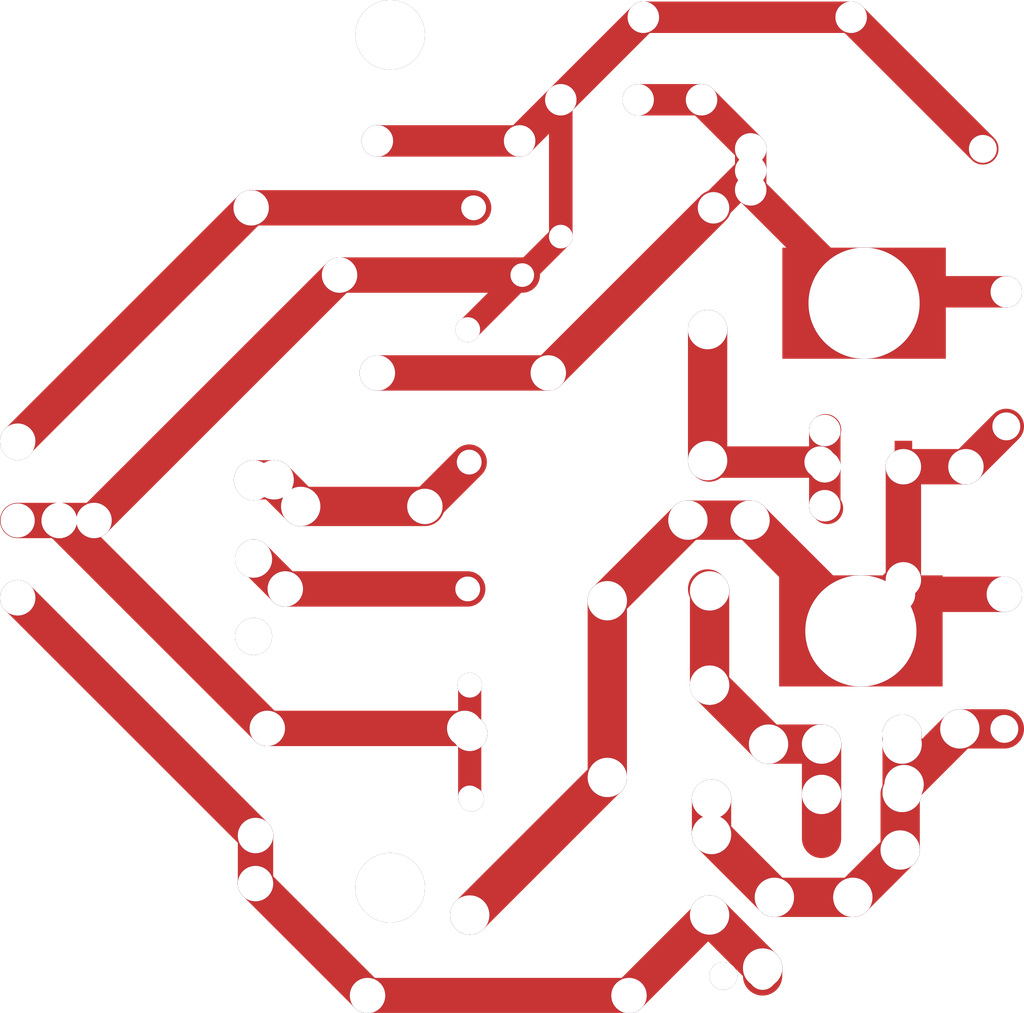
<source format=kicad_pcb>
(kicad_pcb
	(version 20240108)
	(generator "pcbnew")
	(generator_version "8.0")
	(general
		(thickness 1.6)
		(legacy_teardrops no)
	)
	(paper "A4")
	(layers
		(0 "F.Cu" signal)
		(31 "B.Cu" signal)
		(32 "B.Adhes" user "B.Adhesive")
		(33 "F.Adhes" user "F.Adhesive")
		(34 "B.Paste" user)
		(35 "F.Paste" user)
		(36 "B.SilkS" user "B.Silkscreen")
		(37 "F.SilkS" user "F.Silkscreen")
		(38 "B.Mask" user)
		(39 "F.Mask" user)
		(40 "Dwgs.User" user "User.Drawings")
		(41 "Cmts.User" user "User.Comments")
		(42 "Eco1.User" user "User.Eco1")
		(43 "Eco2.User" user "User.Eco2")
		(44 "Edge.Cuts" user)
	)
	(setup
		(pad_to_mask_clearance 0)
		(allow_soldermask_bridges_in_footprints no)
		(pcbplotparams
			(layerselection 0x00010fc_ffffffff)
			(plot_on_all_layers_selection 0x0000000_00000000)
			(disableapertmacros no)
			(usegerberextensions no)
			(usegerberattributes yes)
			(usegerberadvancedattributes yes)
			(creategerberjobfile yes)
			(dashed_line_dash_ratio 12.000000)
			(dashed_line_gap_ratio 3.000000)
			(svgprecision 4)
			(plotframeref no)
			(viasonmask no)
			(mode 1)
			(useauxorigin no)
			(hpglpennumber 1)
			(hpglpenspeed 20)
			(hpglpendiameter 15.000000)
			(pdf_front_fp_property_popups yes)
			(pdf_back_fp_property_popups yes)
			(dxfpolygonmode yes)
			(dxfimperialunits yes)
			(dxfusepcbnewfont yes)
			(psnegative no)
			(psa4output no)
			(plotreference yes)
			(plotvalue yes)
			(plotfptext yes)
			(plotinvisibletext no)
			(sketchpadsonfab no)
			(subtractmaskfromsilk no)
			(outputformat 1)
			(mirror no)
			(drillshape 0)
			(scaleselection 1)
			(outputdirectory "")
		)
	)
	(net 0 "")
	(gr_poly
		(pts
			(xy 53.479975 -11.17) (xy 51.679975 -11.17) (xy 51.679975 -9.37) (xy 53.479975 -9.37)
		)
		(stroke
			(width 0)
			(type solid)
		)
		(fill solid)
		(layer "F.Cu")
		(uuid "10bdb16c-e12b-444a-83d7-19a6fe51b1b8")
	)
	(gr_poly
		(pts
			(xy 64.421425 -57.35105) (xy 53.855025 -57.35105) (xy 53.855025 -50.17052) (xy 64.421425 -50.17052)
		)
		(stroke
			(width 0)
			(type solid)
		)
		(fill solid)
		(layer "F.Cu")
		(uuid "117a91e6-eb7f-4ec5-9d76-fa5bdc80e1b8")
	)
	(gr_poly
		(pts
			(xy 57.165225 -44.86858) (xy 56.031215 -44.86858) (xy 56.031215 -41.51004) (xy 57.165225 -41.51004)
		)
		(stroke
			(width 0)
			(type solid)
		)
		(fill solid)
		(layer "F.Cu")
		(uuid "1ccf13ef-cd67-42eb-abba-de6e697023b1")
	)
	(gr_poly
		(pts
			(xy 56.957055 -23.68158) (xy 55.823045 -23.68158) (xy 55.823045 -20.32304) (xy 56.957055 -20.32304)
		)
		(stroke
			(width 0)
			(type solid)
		)
		(fill solid)
		(layer "F.Cu")
		(uuid "64ec81e0-5d0f-404f-829e-0e517c5d5d08")
	)
	(gr_poly
		(pts
			(xy 64.213255 -36.16405) (xy 53.646855 -36.16405) (xy 53.646855 -28.98352) (xy 64.213255 -28.98352)
		)
		(stroke
			(width 0)
			(type solid)
		)
		(fill solid)
		(layer "F.Cu")
		(uuid "adf278ba-7689-4a77-b093-a602761f252b")
	)
	(gr_poly
		(pts
			(xy 62.245225 -44.86858) (xy 61.111215 -44.86858) (xy 61.111215 -41.51004) (xy 62.245225 -41.51004)
		)
		(stroke
			(width 0)
			(type solid)
		)
		(fill solid)
		(layer "F.Cu")
		(uuid "d78a799b-1b90-4a23-a3c2-1c9952e19b01")
	)
	(gr_poly
		(pts
			(xy 62.037055 -23.68158) (xy 60.903045 -23.68158) (xy 60.903045 -20.32304) (xy 62.037055 -20.32304)
		)
		(stroke
			(width 0)
			(type solid)
		)
		(fill solid)
		(layer "F.Cu")
		(uuid "e683af19-60c0-44d2-bb7e-98b439d7a0f9")
	)
	(segment
		(start 19.813975 -19.34699)
		(end 19.813975 -16.239)
		(width 2.286)
		(layer "F.Cu")
		(net 0)
		(uuid "0203c16e-ea72-4c9f-b87e-ae090e096ae7")
	)
	(segment
		(start 30.757235 -40.623)
		(end 33.622225 -43.48799)
		(width 2.286)
		(layer "F.Cu")
		(net 0)
		(uuid "0435588b-d3d5-4620-85ce-b0e38c1187b4")
	)
	(segment
		(start 44.873615 -72.246)
		(end 58.302085 -72.246)
		(width 2.032)
		(layer "F.Cu")
		(net 0)
		(uuid "09c454f9-2aa4-43f3-a0a5-09afad2a19fc")
	)
	(segment
		(start 33.653925 -29.066)
		(end 33.653925 -25.95093)
		(width 1.4986)
		(layer "F.Cu")
		(net 0)
		(uuid "0abfd270-4c67-406c-94c6-59baac2d9083")
	)
	(segment
		(start 52.964025 -25.256)
		(end 56.389975 -25.256)
		(width 2.54)
		(layer "F.Cu")
		(net 0)
		(uuid "0c4d17c2-c9f4-4e72-9290-8c035413d66d")
	)
	(segment
		(start 49.122325 -43.48799)
		(end 56.299555 -43.48799)
		(width 2.032)
		(layer "F.Cu")
		(net 0)
		(uuid "1207c5bb-15d1-40d9-9519-6e5eafbc5dc7")
	)
	(segment
		(start 49.154025 -35.162)
		(end 49.027025 -35.289)
		(width 2.54)
		(layer "F.Cu")
		(net 0)
		(uuid "1288cb78-d579-424e-9197-b324a2c52e30")
	)
	(segment
		(start 25.244355 -55.57838)
		(end 37.052315 -55.57838)
		(width 2.286)
		(layer "F.Cu")
		(net 0)
		(uuid "1636526c-8efb-4e19-b451-ccfb0b5bb6fb")
	)
	(segment
		(start 49.281025 -19.41095)
		(end 53.341975 -15.35)
		(width 2.54)
		(layer "F.Cu")
		(net 0)
		(uuid "1639f336-621b-4138-b826-aa8acc294613")
	)
	(segment
		(start 49.281025 -21.7)
		(end 49.281025 -19.41095)
		(width 2.54)
		(layer "F.Cu")
		(net 0)
		(uuid "1c583415-8cd8-44c2-a927-f56ba3fad548")
	)
	(segment
		(start 38.732915 -49.25189)
		(end 49.408025 -59.927)
		(width 2.286)
		(layer "F.Cu")
		(net 0)
		(uuid "1d08a875-3a68-4c89-ab2f-a9b4fbcf8b2a")
	)
	(segment
		(start 33.653925 -25.95093)
		(end 33.653925 -21.827)
		(width 1.4986)
		(layer "F.Cu")
		(net 0)
		(uuid "1e948f56-9db6-4c0a-9410-aa0110259335")
	)
	(segment
		(start 51.810865 -63.737)
		(end 51.810865 -62.32984)
		(width 2.032)
		(layer "F.Cu")
		(net 0)
		(uuid "228aa200-870b-402d-8bc1-e86adcc60b36")
	)
	(segment
		(start 43.947025 -9)
		(end 49.154025 -14.207)
		(width 2.286)
		(layer "F.Cu")
		(net 0)
		(uuid "246b33e9-40e3-44c8-a126-12828886ee88")
	)
	(segment
		(start 39.539615 -66.912)
		(end 44.873615 -72.246)
		(width 2.032)
		(layer "F.Cu")
		(net 0)
		(uuid "24eac6a7-513e-4ece-8fa9-d37a0935334e")
	)
	(segment
		(start 22.734975 -40.623)
		(end 30.757235 -40.623)
		(width 2.54)
		(layer "F.Cu")
		(net 0)
		(uuid "26e0d729-5027-4663-b942-f0fb9b42896c")
	)
	(segment
		(start 21.738965 -35.289)
		(end 33.526925 -35.289)
		(width 2.286)
		(layer "F.Cu")
		(net 0)
		(uuid "27be0a6e-b743-43fc-9166-722ecd76c2d0")
	)
	(segment
		(start 61.596975 -25.256)
		(end 61.723975 -22.63957)
		(width 2.032)
		(layer "F.Cu")
		(net 0)
		(uuid "2ae15ba5-b5f2-46cb-9a93-c4f04e682894")
	)
	(segment
		(start 39.539615 -58.06569)
		(end 39.539615 -66.912)
		(width 1.524)
		(layer "F.Cu")
		(net 0)
		(uuid "30def029-0d35-4eaf-989a-90c846a151a9")
	)
	(segment
		(start 33.653925 -21.827)
		(end 33.780925 -21.7)
		(width 1.4986)
		(layer "F.Cu")
		(net 0)
		(uuid "32ff2016-78ba-41a0-83c5-b87252f13940")
	)
	(segment
		(start 51.810865 -61.08816)
		(end 59.138225 -53.76079)
		(width 2.032)
		(layer "F.Cu")
		(net 0)
		(uuid "35fba66e-2210-4b9b-be91-3cd6452508b5")
	)
	(segment
		(start 33.653925 -14.207)
		(end 42.546975 -23.10005)
		(width 2.54)
		(layer "F.Cu")
		(net 0)
		(uuid "3691c199-2665-4732-8c09-7fd84df82317")
	)
	(segment
		(start 56.598225 -40.66875)
		(end 56.770975 -40.496)
		(width 2.032)
		(layer "F.Cu")
		(net 0)
		(uuid "36b68072-dfaa-4657-aa34-125c99a73959")
	)
	(segment
		(start 37.052315 -55.57838)
		(end 39.539615 -58.06569)
		(width 1.524)
		(layer "F.Cu")
		(net 0)
		(uuid "372d8994-07a6-4cec-827f-e57ca4bdea4c")
	)
	(segment
		(start 56.299555 -43.48799)
		(end 56.598225 -43.18931)
		(width 2.032)
		(layer "F.Cu")
		(net 0)
		(uuid "3d4c37bc-c414-4324-aae9-064015168e06")
	)
	(segment
		(start 61.678225 -35.87825)
		(end 61.678225 -43.18931)
		(width 2.286)
		(layer "F.Cu")
		(net 0)
		(uuid "407ab67a-b029-49d0-8af7-b66038730db5")
	)
	(segment
		(start 33.332855 -26.272)
		(end 20.575975 -26.272)
		(width 2.286)
		(layer "F.Cu")
		(net 0)
		(uuid "4406c006-1cd0-4c90-9187-ad3bde99c1e3")
	)
	(segment
		(start 20.575975 -26.272)
		(end 7.133965 -39.71401)
		(width 2.286)
		(layer "F.Cu")
		(net 0)
		(uuid "48989311-5b29-4367-b7bc-2cf6e3570f76")
	)
	(segment
		(start 65.719295 -43.18931)
		(end 68.327975 -45.798)
		(width 2.286)
		(layer "F.Cu")
		(net 0)
		(uuid "49d504b2-a4eb-4464-9199-c141e8e0dffc")
	)
	(segment
		(start 49.154025 -29.066)
		(end 52.964025 -25.256)
		(width 2.54)
		(layer "F.Cu")
		(net 0)
		(uuid "4c2dece7-f8ee-43d7-9c0d-b89166ec6626")
	)
	(segment
		(start 60.072975 -34.273)
		(end 61.678225 -35.87825)
		(width 2.286)
		(layer "F.Cu")
		(net 0)
		(uuid "5122e184-1bcc-4fed-98d0-20eaec86766d")
	)
	(segment
		(start 9.379985 -39.71401)
		(end 25.244355 -55.57838)
		(width 2.286)
		(layer "F.Cu")
		(net 0)
		(uuid "573c6a5c-6847-4b10-b500-050fffdd85f0")
	)
	(segment
		(start 36.879725 -64.25211)
		(end 39.539615 -66.912)
		(width 2.032)
		(layer "F.Cu")
		(net 0)
		(uuid "58f58e08-3bf7-455b-8b81-c3556eaf9d7c")
	)
	(segment
		(start 61.596975 -22.12923)
		(end 61.470055 -22.00231)
		(width 2.54)
		(layer "F.Cu")
		(net 0)
		(uuid "5c4bfb5d-869b-4847-a9ae-b34c6403c388")
	)
	(segment
		(start 53.341975 -15.35)
		(end 58.409845 -15.35)
		(width 2.54)
		(layer "F.Cu")
		(net 0)
		(uuid "5f41c625-b617-4fff-b91c-0b8dc7346993")
	)
	(segment
		(start 61.596975 -25.256)
		(end 61.596975 -22.12923)
		(width 2.54)
		(layer "F.Cu")
		(net 0)
		(uuid "67828342-d353-40ac-8b60-0c9686850f92")
	)
	(segment
		(start 7.133965 -39.71401)
		(end 4.446975 -39.71401)
		(width 2.286)
		(layer "F.Cu")
		(net 0)
		(uuid "6e6601b3-5dd7-4a42-8bec-9efca10ad841")
	)
	(segment
		(start 27.687975 -49.25189)
		(end 38.732915 -49.25189)
		(width 2.286)
		(layer "F.Cu")
		(net 0)
		(uuid "746c710e-3ea4-435e-bac1-2bd957ce50dd")
	)
	(segment
		(start 42.546975 -23.10005)
		(end 42.546975 -34.527)
		(width 2.54)
		(layer "F.Cu")
		(net 0)
		(uuid "7a4d328e-7809-46ba-861e-16eedd91d322")
	)
	(segment
		(start 19.686975 -42.34101)
		(end 21.016965 -42.34101)
		(width 2.54)
		(layer "F.Cu")
		(net 0)
		(uuid "7b63134b-ad6c-474c-8ad2-1f8871a485d5")
	)
	(segment
		(start 27.052975 -9)
		(end 43.947025 -9)
		(width 2.286)
		(layer "F.Cu")
		(net 0)
		(uuid "7bbfb267-cf4e-4040-a698-0947d9658574")
	)
	(segment
		(start 19.813975 -16.239)
		(end 27.052975 -9)
		(width 2.286)
		(layer "F.Cu")
		(net 0)
		(uuid "7e822a4d-3cb3-4faa-aba5-ca0f3288a750")
	)
	(segment
		(start 61.596975 -25.891)
		(end 61.596975 -25.256)
		(width 2.54)
		(layer "F.Cu")
		(net 0)
		(uuid "81fd9f17-e5a7-4e3c-b251-b34b52270193")
	)
	(segment
		(start 49.154025 -29.066)
		(end 49.154025 -35.162)
		(width 2.54)
		(layer "F.Cu")
		(net 0)
		(uuid "84981032-2790-4365-9ed6-9fa162c4e1c8")
	)
	(segment
		(start 4.446975 -44.841)
		(end 19.532975 -59.927)
		(width 2.286)
		(layer "F.Cu")
		(net 0)
		(uuid "8505de30-a81a-4941-89f1-d8ef9d830795")
	)
	(segment
		(start 58.302085 -72.246)
		(end 66.811085 -63.737)
		(width 2.032)
		(layer "F.Cu")
		(net 0)
		(uuid "85339333-a228-44e7-b4f3-b17f63b74466")
	)
	(segment
		(start 61.470055 -18.41021)
		(end 61.470055 -22.00231)
		(width 2.54)
		(layer "F.Cu")
		(net 0)
		(uuid "88f81d66-36dc-4fb6-a1be-a1900080d042")
	)
	(segment
		(start 61.723975 -22.63957)
		(end 65.324405 -26.24)
		(width 2.54)
		(layer "F.Cu")
		(net 0)
		(uuid "8974915c-83c3-4cf4-9fbb-1a4965357cf6")
	)
	(segment
		(start 27.687975 -64.25211)
		(end 36.879725 -64.25211)
		(width 2.032)
		(layer "F.Cu")
		(net 0)
		(uuid "8ba487a8-8d0d-4267-94e7-976365cc59be")
	)
	(segment
		(start 58.409845 -15.35)
		(end 61.470055 -18.41021)
		(width 2.54)
		(layer "F.Cu")
		(net 0)
		(uuid "8ffd8cc9-8eee-4fcb-ba40-3065ca0c1677")
	)
	(segment
		(start 56.389975 -25.256)
		(end 56.389975 -22.00239)
		(width 2.54)
		(layer "F.Cu")
		(net 0)
		(uuid "923ebd74-0c19-4cb7-bf99-c31068911fac")
	)
	(segment
		(start 68.200975 -34.94)
		(end 61.296265 -34.94)
		(width 2.286)
		(layer "F.Cu")
		(net 0)
		(uuid "9352d890-f12b-4fbc-b507-5676e162fa65")
	)
	(segment
		(start 49.027025 -52.053)
		(end 49.027025 -43.58329)
		(width 2.54)
		(layer "F.Cu")
		(net 0)
		(uuid "96b17136-7565-472e-b491-84508ff1e767")
	)
	(segment
		(start 61.296265 -34.94)
		(end 58.930055 -32.57379)
		(width 2.286)
		(layer "F.Cu")
		(net 0)
		(uuid "9c1446fa-be5d-4203-961b-cf1443d3ce8f")
	)
	(segment
		(start 65.324405 -26.24)
		(end 68.200975 -26.24)
		(width 2.54)
		(layer "F.Cu")
		(net 0)
		(uuid "9d5cdc8c-6684-4e3a-9156-354c453dc3e1")
	)
	(segment
		(start 21.016965 -42.34101)
		(end 22.734975 -40.623)
		(width 2.54)
		(layer "F.Cu")
		(net 0)
		(uuid "a672a22e-0505-43f2-a7a7-618495fc8e7d")
	)
	(segment
		(start 61.723975 -21.74839)
		(end 61.470055 -22.00231)
		(width 1.524)
		(layer "F.Cu")
		(net 0)
		(uuid "a8977e94-83fa-4731-9b2c-31d9930e91e3")
	)
	(segment
		(start 56.598225 -45.53025)
		(end 56.643975 -45.576)
		(width 2.032)
		(layer "F.Cu")
		(net 0)
		(uuid "ab195422-bf3a-43eb-a04b-5476deefb50f")
	)
	(segment
		(start 59.875435 -54.498)
		(end 59.138225 -53.76079)
		(width 2.032)
		(layer "F.Cu")
		(net 0)
		(uuid "abaec8f1-efb9-4ea2-a87f-1882e2b80b7c")
	)
	(segment
		(start 52.579975 -10.78105)
		(end 52.579975 -10.27)
		(width 2.54)
		(layer "F.Cu")
		(net 0)
		(uuid "ac34a071-4eaf-4e0c-9a00-f3580ad4104e")
	)
	(segment
		(start 49.154025 -14.207)
		(end 52.579975 -10.78105)
		(width 2.54)
		(layer "F.Cu")
		(net 0)
		(uuid "aeddb1a7-765a-47ea-9d04-10e5689b146d")
	)
	(segment
		(start 42.546975 -34.527)
		(end 47.753975 -39.734)
		(width 2.54)
		(layer "F.Cu")
		(net 0)
		(uuid "af32aac7-d82d-4837-aa79-055e66acaf7d")
	)
	(segment
		(start 56.390055 -22.00231)
		(end 56.390055 -19.16)
		(width 2.54)
		(layer "F.Cu")
		(net 0)
		(uuid "b047f627-1553-4e97-a1a2-ccb958aba834")
	)
	(segment
		(start 51.810865 -62.32984)
		(end 51.810865 -61.08816)
		(width 2.032)
		(layer "F.Cu")
		(net 0)
		(uuid "b08c81ca-d234-4e9d-a7e6-ff447f059a9a")
	)
	(segment
		(start 56.598225 -43.18931)
		(end 56.598225 -40.66875)
		(width 2.032)
		(layer "F.Cu")
		(net 0)
		(uuid "b38c74d6-32ac-4191-959e-5e3dc62b71d1")
	)
	(segment
		(start 61.678225 -43.18931)
		(end 65.719295 -43.18931)
		(width 2.286)
		(layer "F.Cu")
		(net 0)
		(uuid "b90d649c-cd35-47ef-ae95-f02f24fe9ca6")
	)
	(segment
		(start 19.532975 -59.927)
		(end 33.907925 -59.927)
		(width 2.286)
		(layer "F.Cu")
		(net 0)
		(uuid "bc135062-98c6-4397-94a4-97742b3e6cd9")
	)
	(segment
		(start 33.653925 -25.95093)
		(end 33.332855 -26.272)
		(width 2.286)
		(layer "F.Cu")
		(net 0)
		(uuid "be109b83-a01d-402e-95bf-c528cba65201")
	)
	(segment
		(start 19.686975 -37.34099)
		(end 21.738965 -35.289)
		(width 2.286)
		(layer "F.Cu")
		(net 0)
		(uuid "bf2d44ad-fc0e-4929-8c8c-34093160786e")
	)
	(segment
		(start 47.753975 -39.734)
		(end 51.769845 -39.734)
		(width 2.54)
		(layer "F.Cu")
		(net 0)
		(uuid "c23f4c5d-bd98-40c3-bb01-687be915553b")
	)
	(segment
		(start 56.598225 -43.18931)
		(end 56.598225 -45.53025)
		(width 2.032)
		(layer "F.Cu")
		(net 0)
		(uuid "c9272ddc-35ea-4415-97cb-39108a536506")
	)
	(segment
		(start 44.538335 -66.912)
		(end 48.635865 -66.912)
		(width 2.032)
		(layer "F.Cu")
		(net 0)
		(uuid "c9fd7fe8-8cf4-4fe3-94d5-2f53ea27f0dc")
	)
	(segment
		(start 33.526925 -52.053)
		(end 37.052315 -55.57838)
		(width 1.524)
		(layer "F.Cu")
		(net 0)
		(uuid "d756212a-8c9b-4e0c-a8f0-bdbcc981ab58")
	)
	(segment
		(start 49.408025 -59.927)
		(end 51.810865 -62.32984)
		(width 2.032)
		(layer "F.Cu")
		(net 0)
		(uuid "dbce2f87-d239-4a46-82ee-a3769cc48590")
	)
	(segment
		(start 68.327975 -54.498)
		(end 59.875435 -54.498)
		(width 2.032)
		(layer "F.Cu")
		(net 0)
		(uuid "dc5a7594-9349-473e-b1d1-57f53b4bb9d0")
	)
	(segment
		(start 4.446975 -34.71399)
		(end 19.813975 -19.34699)
		(width 2.286)
		(layer "F.Cu")
		(net 0)
		(uuid "e34fae40-3878-4409-bdf9-40846e0dca46")
	)
	(segment
		(start 7.133965 -39.71401)
		(end 9.379985 -39.71401)
		(width 2.286)
		(layer "F.Cu")
		(net 0)
		(uuid "edc3ccc4-ffcb-4ad3-aa1d-51adce7889c1")
	)
	(segment
		(start 51.769845 -39.734)
		(end 58.930055 -32.57379)
		(width 2.54)
		(layer "F.Cu")
		(net 0)
		(uuid "f05d2204-da40-4e9a-bc55-bb2fc50cc0d0")
	)
	(segment
		(start 49.027025 -43.58329)
		(end 49.122325 -43.48799)
		(width 2.54)
		(layer "F.Cu")
		(net 0)
		(uuid "f65d14d7-65bf-4e03-895b-d910665e6afa")
	)
	(segment
		(start 61.723975 -22.63957)
		(end 61.723975 -21.74839)
		(width 2.032)
		(layer "F.Cu")
		(net 0)
		(uuid "fd42d7ec-6540-4597-b92f-8caee1aaee49")
	)
	(segment
		(start 48.635865 -66.912)
		(end 51.810865 -63.737)
		(width 2.032)
		(layer "F.Cu")
		(net 0)
		(uuid "fd61ca90-1a70-4207-985e-28e254463714")
	)
	(via
		(at 20.575975 -26.272)
		(size 2.28601)
		(drill 2.286)
		(layers "F.Cu" "B.Cu")
		(net 0)
		(uuid "00905898-eb81-4eb0-b932-163e9795ba0f")
	)
	(via
		(at 51.810865 -63.737)
		(size 2.03201)
		(drill 2.032)
		(layers "F.Cu" "B.Cu")
		(net 0)
		(uuid "0471ae79-28f6-408c-816f-fa9cf3f258e5")
	)
	(via
		(at 49.027025 -52.053)
		(size 2.54001)
		(drill 2.54)
		(layers "F.Cu" "B.Cu")
		(net 0)
		(uuid "05bdfe59-bff5-49f9-bae6-9c8f91fe6fe7")
	)
	(via
		(at 27.687975 -64.25211)
		(size 2.03201)
		(drill 2.032)
		(layers "F.Cu" "B.Cu")
		(net 0)
		(uuid "05f03edc-518a-46f2-803d-0f4c14cdeaea")
	)
	(via
		(at 68.200975 -34.94)
		(size 1.80001)
		(drill 1.8)
		(layers "F.Cu" "B.Cu")
		(net 0)
		(uuid "0aa0071c-d2e2-4c0f-942b-2705e58ee112")
	)
	(via
		(at 33.332855 -26.272)
		(size 2.28601)
		(drill 2.286)
		(layers "F.Cu" "B.Cu")
		(net 0)
		(uuid "127c0992-9dc6-4aad-896e-327dd66dfa51")
	)
	(via
		(at 33.653925 -25.95093)
		(size 2.28601)
		(drill 2.286)
		(layers "F.Cu" "B.Cu")
		(net 0)
		(uuid "13f27f04-a1db-4be0-9342-274d7f233716")
	)
	(via
		(at 59.875435 -54.498)
		(size 2.03201)
		(drill 2.032)
		(layers "F.Cu" "B.Cu")
		(net 0)
		(uuid "15b5b1cc-3813-4eb0-b250-2416b916adf6")
	)
	(via
		(at 49.408025 -59.927)
		(size 2.03201)
		(drill 2.032)
		(layers "F.Cu" "B.Cu")
		(net 0)
		(uuid "15ebe9e8-28da-4873-bd7d-4ce5f07bb32c")
	)
	(via
		(at 68.327975 -45.798)
		(size 1.80001)
		(drill 1.8)
		(layers "F.Cu" "B.Cu")
		(net 0)
		(uuid "16069715-28b2-4077-8453-12841bd6e64e")
	)
	(via
		(at 33.653925 -25.95093)
		(size 1.49861)
		(drill 1.4986)
		(layers "F.Cu" "B.Cu")
		(net 0)
		(uuid "16d4f6c8-0968-4f80-bcaf-c12c25013b1c")
	)
	(via
		(at 19.686975 -32.214)
		(size 2.40001)
		(drill 2.4)
		(layers "F.Cu" "B.Cu")
		(net 0)
		(uuid "1e552d02-e3bc-4c26-8696-416977db4d91")
	)
	(via
		(at 49.122325 -43.48799)
		(size 2.03201)
		(drill 2.032)
		(layers "F.Cu" "B.Cu")
		(net 0)
		(uuid "20c12979-cd48-4b26-924f-af2691ea9f09")
	)
	(via
		(at 49.154025 -29.066)
		(size 1.60001)
		(drill 1.6)
		(layers "F.Cu" "B.Cu")
		(net 0)
		(uuid "24473ad8-6067-4db8-af3c-f086a3ac2037")
	)
	(via
		(at 56.598225 -45.53025)
		(size 2.03201)
		(drill 2.032)
		(layers "F.Cu" "B.Cu")
		(net 0)
		(uuid "24c7d600-4c4c-4409-bc2c-28f157e4f42d")
	)
	(via
		(at 49.154025 -29.066)
		(size 2.54001)
		(drill 2.54)
		(layers "F.Cu" "B.Cu")
		(net 0)
		(uuid "266a4c06-69d8-49dd-9b58-907d2865d82d")
	)
	(via
		(at 50.039975 -10.27)
		(size 1.80001)
		(drill 1.8)
		(layers "F.Cu" "B.Cu")
		(net 0)
		(uuid "286afdf8-6f7f-4794-b280-ce429c9dd018")
	)
	(via
		(at 61.596975 -25.256)
		(size 2.03201)
		(drill 2.032)
		(layers "F.Cu" "B.Cu")
		(net 0)
		(uuid "29a68115-2378-46cb-a837-d28925981d75")
	)
	(via
		(at 33.526925 -52.053)
		(size 1.52401)
		(drill 1.524)
		(layers "F.Cu" "B.Cu")
		(net 0)
		(uuid "29e75d9f-1ecc-444c-a0ad-1eb828593379")
	)
	(via
		(at 56.389975 -25.256)
		(size 2.54001)
		(drill 2.54)
		(layers "F.Cu" "B.Cu")
		(net 0)
		(uuid "2cdc64e7-a18f-45ff-b69c-95d6d6434add")
	)
	(via
		(at 47.753975 -39.734)
		(size 2.54001)
		(drill 2.54)
		(layers "F.Cu" "B.Cu")
		(net 0)
		(uuid "2db2f112-5827-4df6-ae61-25e31a242ade")
	)
	(via
		(at 44.873615 -72.246)
		(size 2.03201)
		(drill 2.032)
		(layers "F.Cu" "B.Cu")
		(net 0)
		(uuid "308477ec-9513-4a3d-a850-0da2127e8c73")
	)
	(via
		(at 25.244355 -55.57838)
		(size 2.28601)
		(drill 2.286)
		(layers "F.Cu" "B.Cu")
		(net 0)
		(uuid "30a7f016-85e7-412f-bf5a-ff924a96a22e")
	)
	(via
		(at 19.532975 -59.927)
		(size 2.28601)
		(drill 2.286)
		(layers "F.Cu" "B.Cu")
		(net 0)
		(uuid "30e1519e-405c-456a-8a9c-11cad85c3f50")
	)
	(via
		(at 52.579975 -10.27)
		(size 1.80001)
		(drill 1.8)
		(layers "F.Cu" "B.Cu")
		(net 0)
		(uuid "32d66ab3-8182-4c6e-b627-d638043734aa")
	)
	(via
		(at 27.687975 -49.25189)
		(size 2.28601)
		(drill 2.286)
		(layers "F.Cu" "B.Cu")
		(net 0)
		(uuid "3509fe00-0300-4d29-8e3d-928be1d2e7ab")
	)
	(via
		(at 56.598225 -43.18931)
		(size 2.03201)
		(drill 2.032)
		(layers "F.Cu" "B.Cu")
		(net 0)
		(uuid "3ae1fb93-9968-46e5-98df-83971286283a")
	)
	(via
		(at 33.526925 -35.289)
		(size 1.60001)
		(drill 1.6)
		(layers "F.Cu" "B.Cu")
		(net 0)
		(uuid "3bd98ed3-a6d7-4bd7-a8b2-051e08eb4683")
	)
	(via
		(at 58.930055 -32.57379)
		(size 7.18054)
		(drill 7.18053)
		(layers "F.Cu" "B.Cu")
		(net 0)
		(uuid "3dec8e5b-a342-41d7-ad5d-b5d3bb63075c")
	)
	(via
		(at 27.052975 -9)
		(size 2.28601)
		(drill 2.286)
		(layers "F.Cu" "B.Cu")
		(net 0)
		(uuid "3e69ea52-b210-4b56-aabd-de9026382756")
	)
	(via
		(at 49.027025 -35.289)
		(size 1.60001)
		(drill 1.6)
		(layers "F.Cu" "B.Cu")
		(net 0)
		(uuid "3f44978e-8074-4664-8449-2bd95b4e632c")
	)
	(via
		(at 48.635865 -66.912)
		(size 2.03201)
		(drill 2.032)
		(layers "F.Cu" "B.Cu")
		(net 0)
		(uuid "421b27e8-c923-4184-af6b-3b2c7cd04f53")
	)
	(via
		(at 49.154025 -35.162)
		(size 2.54001)
		(drill 2.54)
		(layers "F.Cu" "B.Cu")
		(net 0)
		(uuid "478198b7-e107-4202-8164-9f9883a4eee0")
	)
	(via
		(at 61.723975 -22.63957)
		(size 2.54001)
		(drill 2.54)
		(layers "F.Cu" "B.Cu")
		(net 0)
		(uuid "4a49011a-d9a2-4771-9814-725e0726cdfe")
	)
	(via
		(at 4.446975 -44.841)
		(size 2.28601)
		(drill 2.286)
		(layers "F.Cu" "B.Cu")
		(net 0)
		(uuid "4c9703b4-0c7e-4c27-a97a-ac028c1d645f")
	)
	(via
		(at 61.723975 -22.63957)
		(size 2.03201)
		(drill 2.032)
		(layers "F.Cu" "B.Cu")
		(net 0)
		(uuid "50a5adb6-5b09-4c64-9e77-93907e95ecac")
	)
	(via
		(at 61.678225 -35.87825)
		(size 2.28601)
		(drill 2.286)
		(layers "F.Cu" "B.Cu")
		(net 0)
		(uuid "512c78d8-9dda-49f7-baf6-a63da0d73c21")
	)
	(via
		(at 49.027025 -43.58329)
		(size 2.54001)
		(drill 2.54)
		(layers "F.Cu" "B.Cu")
		(net 0)
		(uuid "51b2943f-a561-48d8-b4c9-954e65d414c6")
	)
	(via
		(at 61.596975 -22.12923)
		(size 2.54001)
		(drill 2.54)
		(layers "F.Cu" "B.Cu")
		(net 0)
		(uuid "5404dc99-9270-4dd7-96d9-79f90c2e9439")
	)
	(via
		(at 49.122325 -43.48799)
		(size 1.60001)
		(drill 1.6)
		(layers "F.Cu" "B.Cu")
		(net 0)
		(uuid "58aa0543-6ec7-421b-ab3c-7220e4b84dc3")
	)
	(via
		(at 66.811085 -63.737)
		(size 1.80001)
		(drill 1.8)
		(layers "F.Cu" "B.Cu")
		(net 0)
		(uuid "59588a50-e94b-4ef7-b97a-9172cacae552")
	)
	(via
		(at 4.446975 -39.71401)
		(size 2.20001)
		(drill 2.2)
		(layers "F.Cu" "B.Cu")
		(net 0)
		(uuid "5b0b3bab-6165-4ed7-bb84-7075e51dcaf0")
	)
	(via
		(at 49.281025 -19.41095)
		(size 2.54001)
		(drill 2.54)
		(layers "F.Cu" "B.Cu")
		(net 0)
		(uuid "5cb53236-6017-4c9c-af66-a2380ecfe010")
	)
	(via
		(at 61.470055 -22.00231)
		(size 1.13402)
		(drill 1.13401)
		(layers "F.Cu" "B.Cu")
		(net 0)
		(uuid "6059f868-cc2d-4135-9226-28ba1646f84f")
	)
	(via
		(at 28.513095 -15.97217)
		(size 4.50001)
		(drill 4.5)
		(layers "F.Cu" "B.Cu")
		(net 0)
		(uuid "6206314f-32a1-469c-9aae-a652ef5761aa")
	)
	(via
		(at 33.653925 -14.207)
		(size 1.60001)
		(drill 1.6)
		(layers "F.Cu" "B.Cu")
		(net 0)
		(uuid "6351c93a-c7f4-4341-a166-2fc65dd73949")
	)
	(via
		(at 56.390055 -22.00231)
		(size 1.13402)
		(drill 1.13401)
		(layers "F.Cu" "B.Cu")
		(net 0)
		(uuid "6497cd43-5f38-4125-8384-69fee5b4d6c7")
	)
	(via
		(at 65.324405 -26.24)
		(size 2.54001)
		(drill 2.54)
		(layers "F.Cu" "B.Cu")
		(net 0)
		(uuid "651281c4-8bb0-4c09-a308-160ebed2f02f")
	)
	(via
		(at 56.598225 -43.18931)
		(size 2.03201)
		(drill 2.032)
		(layers "F.Cu" "B.Cu")
		(net 0)
		(uuid "66a759a7-58fa-47c3-af5a-2660725fade5")
	)
	(via
		(at 65.719295 -43.18931)
		(size 2.28601)
		(drill 2.286)
		(layers "F.Cu" "B.Cu")
		(net 0)
		(uuid "66b510dc-38cc-4c81-94e4-fe795ca2d900")
	)
	(via
		(at 36.879725 -64.25211)
		(size 2.03201)
		(drill 2.032)
		(layers "F.Cu" "B.Cu")
		(net 0)
		(uuid "6b78851b-0a08-456b-b1fa-4d8d8f39bd70")
	)
	(via
		(at 61.596975 -25.256)
		(size 2.54001)
		(drill 2.54)
		(layers "F.Cu" "B.Cu")
		(net 0)
		(uuid "6e07341d-b40e-43d4-bb81-b1bae5cd493f")
	)
	(via
		(at 51.810865 -61.08816)
		(size 2.03201)
		(drill 2.032)
		(layers "F.Cu" "B.Cu")
		(net 0)
		(uuid "6e43b056-5274-4f7f-a93d-4acf1a7db37b")
	)
	(via
		(at 30.757235 -40.623)
		(size 2.28601)
		(drill 2.286)
		(layers "F.Cu" "B.Cu")
		(net 0)
		(uuid "71d37eae-fe4a-4cfd-b6ec-8bce9b1bae4b")
	)
	(via
		(at 19.686975 -37.34099)
		(size 2.28601)
		(drill 2.286)
		(layers "F.Cu" "B.Cu")
		(net 0)
		(uuid "7205b160-24cb-4bec-9d12-e602aaa177bc")
	)
	(via
		(at 42.546975 -34.527)
		(size 2.54001)
		(drill 2.54)
		(layers "F.Cu" "B.Cu")
		(net 0)
		(uuid "7277fc0f-9bde-4531-a6b4-61fb68e5a2ac")
	)
	(via
		(at 52.579975 -10.78105)
		(size 2.54001)
		(drill 2.54)
		(layers "F.Cu" "B.Cu")
		(net 0)
		(uuid "7663b3c6-cfd0-4e95-8d43-83f6dd8d0c1a")
	)
	(via
		(at 19.686975 -42.34101)
		(size 2.54001)
		(drill 2.54)
		(layers "F.Cu" "B.Cu")
		(net 0)
		(uuid "7696d3ad-636a-40d6-b7d0-618d9027af91")
	)
	(via
		(at 60.072975 -34.273)
		(size 2.28601)
		(drill 2.286)
		(layers "F.Cu" "B.Cu")
		(net 0)
		(uuid "76c37762-6f9e-45b2-a6e5-3abe7aac5c83")
	)
	(via
		(at 22.734975 -40.623)
		(size 2.54001)
		(drill 2.54)
		(layers "F.Cu" "B.Cu")
		(net 0)
		(uuid "7833b895-75f7-46b8-87f8-d9bf77c2a947")
	)
	(via
		(at 21.016965 -42.34101)
		(size 2.54001)
		(drill 2.54)
		(layers "F.Cu" "B.Cu")
		(net 0)
		(uuid "78f3561e-2965-4f10-ae59-6f19fa6c1b57")
	)
	(via
		(at 49.027025 -52.053)
		(size 1.60001)
		(drill 1.6)
		(layers "F.Cu" "B.Cu")
		(net 0)
		(uuid "7a91abd6-cd2f-4071-abf4-2b7960284a22")
	)
	(via
		(at 33.653925 -29.066)
		(size 1.60001)
		(drill 1.6)
		(layers "F.Cu" "B.Cu")
		(net 0)
		(uuid "7e73fa16-50e7-4114-b9da-eaa4fb5edc27")
	)
	(via
		(at 61.296265 -34.94)
		(size 2.28601)
		(drill 2.286)
		(layers "F.Cu" "B.Cu")
		(net 0)
		(uuid "7ed8eb07-26c1-4f08-8559-1ecec7cedd2c")
	)
	(via
		(at 19.686975 -37.21399)
		(size 2.40001)
		(drill 2.4)
		(layers "F.Cu" "B.Cu")
		(net 0)
		(uuid "81b48995-b2fc-4882-b314-d66468363c32")
	)
	(via
		(at 9.379985 -39.71401)
		(size 2.28601)
		(drill 2.286)
		(layers "F.Cu" "B.Cu")
		(net 0)
		(uuid "8322e2bb-2894-42bc-9e76-22c8b26dad64")
	)
	(via
		(at 68.327975 -54.498)
		(size 1.80001)
		(drill 1.8)
		(layers "F.Cu" "B.Cu")
		(net 0)
		(uuid "85996c13-b47f-4b92-8096-7cc40a31d541")
	)
	(via
		(at 58.409845 -15.35)
		(size 2.54001)
		(drill 2.54)
		(layers "F.Cu" "B.Cu")
		(net 0)
		(uuid "893448a4-b918-4f52-a663-e49b8f06739d")
	)
	(via
		(at 56.299555 -43.48799)
		(size 2.03201)
		(drill 2.032)
		(layers "F.Cu" "B.Cu")
		(net 0)
		(uuid "8a95c32f-7853-48a1-b127-97b505d442e4")
	)
	(via
		(at 59.138225 -53.76079)
		(size 7.18054)
		(drill 7.18053)
		(layers "F.Cu" "B.Cu")
		(net 0)
		(uuid "8de6e2d0-6028-430c-8086-21dc0de5888c")
	)
	(via
		(at 49.281025 -21.7)
		(size 1.60001)
		(drill 1.6)
		(layers "F.Cu" "B.Cu")
		(net 0)
		(uuid "93bcbb20-2fcf-4c08-9a86-a7992e1753af")
	)
	(via
		(at 49.408025 -59.927)
		(size 1.60001)
		(drill 1.6)
		(layers "F.Cu" "B.Cu")
		(net 0)
		(uuid "96e73498-61b3-4f4a-a05d-ec458023eab4")
	)
	(via
		(at 53.341975 -15.35)
		(size 2.54001)
		(drill 2.54)
		(layers "F.Cu" "B.Cu")
		(net 0)
		(uuid "9a749ebf-1f7b-481d-b4bd-1d1ac84adf9f")
	)
	(via
		(at 39.539615 -66.912)
		(size 1.80001)
		(drill 1.8)
		(layers "F.Cu" "B.Cu")
		(net 0)
		(uuid "9a88032c-2665-484e-875f-1cdd30cc73a6")
	)
	(via
		(at 49.154025 -14.207)
		(size 2.54001)
		(drill 2.54)
		(layers "F.Cu" "B.Cu")
		(net 0)
		(uuid "9d363c1a-f7fe-49f2-86bd-e4d024d27ba7")
	)
	(via
		(at 37.052315 -55.57838)
		(size 1.52401)
		(drill 1.524)
		(layers "F.Cu" "B.Cu")
		(net 0)
		(uuid "a0e4d0e3-9a09-432f-9496-75bdb2153b09")
	)
	(via
		(at 68.200975 -34.94)
		(size 2.28601)
		(drill 2.286)
		(layers "F.Cu" "B.Cu")
		(net 0)
		(uuid "a278c683-a204-423f-9ba0-23c0e7974fe3")
	)
	(via
		(at 61.470055 -18.41021)
		(size 2.54001)
		(drill 2.54)
		(layers "F.Cu" "B.Cu")
		(net 0)
		(uuid "a39fb69e-c1d2-40d5-95d5-423d62bb566e")
	)
	(via
		(at 4.446975 -34.71399)
		(size 2.20001)
		(drill 2.2)
		(layers "F.Cu" "B.Cu")
		(net 0)
		(uuid "a3d41e54-ff6b-452b-ad06-248bd3b00510")
	)
	(via
		(at 19.686975 -42.21401)
		(size 2.40001)
		(drill 2.4)
		(layers "F.Cu" "B.Cu")
		(net 0)
		(uuid "a7bfb979-cb07-4dec-94f4-9b10140f114f")
	)
	(via
		(at 56.598225 -43.18931)
		(size 1.13402)
		(drill 1.13401)
		(layers "F.Cu" "B.Cu")
		(net 0)
		(uuid "a8e3aebb-bd3e-4512-b409-5fe30630b34b")
	)
	(via
		(at 33.907925 -59.927)
		(size 1.60001)
		(drill 1.6)
		(layers "F.Cu" "B.Cu")
		(net 0)
		(uuid "a95173bb-0564-4a05-9eac-6e3d1c091db9")
	)
	(via
		(at 4.446975 -34.71399)
		(size 2.28601)
		(drill 2.286)
		(layers "F.Cu" "B.Cu")
		(net 0)
		(uuid "ac6d3f66-a570-4d86-bf01-b124eab49f0c")
	)
	(via
		(at 51.810865 -63.737)
		(size 1.80001)
		(drill 1.8)
		(layers "F.Cu" "B.Cu")
		(net 0)
		(uuid "ad5ab6e9-b69d-45d2-b27e-f4f819cd12bd")
	)
	(via
		(at 33.653925 -21.827)
		(size 1.49861)
		(drill 1.4986)
		(layers "F.Cu" "B.Cu")
		(net 0)
		(uuid "ae70732e-b177-4515-8942-2a04d8b4a28d")
	)
	(via
		(at 27.687975 -49.25189)
		(size 1.80001)
		(drill 1.8)
		(layers "F.Cu" "B.Cu")
		(net 0)
		(uuid "b39e5038-c7d9-43ca-942a-1ecb7df2c113")
	)
	(via
		(at 28.513095 -71.11189)
		(size 4.50001)
		(drill 4.5)
		(layers "F.Cu" "B.Cu")
		(net 0)
		(uuid "b53a1769-7af8-42b0-bdf6-ab1d5e240550")
	)
	(via
		(at 33.526925 -52.053)
		(size 1.60001)
		(drill 1.6)
		(layers "F.Cu" "B.Cu")
		(net 0)
		(uuid "b63cdb81-42fd-405a-8959-af191adef6bd")
	)
	(via
		(at 52.964025 -25.256)
		(size 2.54001)
		(drill 2.54)
		(layers "F.Cu" "B.Cu")
		(net 0)
		(uuid "bd75eb96-1ae3-44ab-9df9-b0c85fdc3ff4")
	)
	(via
		(at 56.598225 -40.66875)
		(size 2.03201)
		(drill 2.032)
		(layers "F.Cu" "B.Cu")
		(net 0)
		(uuid "c1d968e0-7472-4669-bf07-45d5d59f05cf")
	)
	(via
		(at 51.769845 -39.734)
		(size 2.54001)
		(drill 2.54)
		(layers "F.Cu" "B.Cu")
		(net 0)
		(uuid "c2c64e05-a2d7-4ab4-88c7-31642763903e")
	)
	(via
		(at 49.154025 -14.207)
		(size 1.60001)
		(drill 1.6)
		(layers "F.Cu" "B.Cu")
		(net 0)
		(uuid "c7de3f0b-e2c2-4a7e-9603-6ee9ac0ed92f")
	)
	(via
		(at 44.538335 -66.912)
		(size 2.03201)
		(drill 2.032)
		(layers "F.Cu" "B.Cu")
		(net 0)
		(uuid "c8f3e97c-9631-4c59-9e4b-cd14ec9ac0a2")
	)
	(via
		(at 19.813975 -16.239)
		(size 2.28601)
		(drill 2.286)
		(layers "F.Cu" "B.Cu")
		(net 0)
		(uuid "ca58bb89-6c12-4c6e-a4f4-65f530e9367b")
	)
	(via
		(at 38.732915 -49.25189)
		(size 2.28601)
		(drill 2.286)
		(layers "F.Cu" "B.Cu")
		(net 0)
		(uuid "ca6afb1f-c034-4945-9fbf-28667f71cfec")
	)
	(via
		(at 61.596975 -25.891)
		(size 2.54001)
		(drill 2.54)
		(layers "F.Cu" "B.Cu")
		(net 0)
		(uuid "cdd9fdd3-a5db-4f0c-88cd-913a1f033fee")
	)
	(via
		(at 68.327975 -54.498)
		(size 2.03201)
		(drill 2.032)
		(layers "F.Cu" "B.Cu")
		(net 0)
		(uuid "d5db4e6f-0286-4300-940f-6050fa7f66f4")
	)
	(via
		(at 68.200975 -26.24)
		(size 1.80001)
		(drill 1.8)
		(layers "F.Cu" "B.Cu")
		(net 0)
		(uuid "d6d3c313-961c-44ac-998a-3c4dddbca142")
	)
	(via
		(at 27.687975 -64.25211)
		(size 1.80001)
		(drill 1.8)
		(layers "F.Cu" "B.Cu")
		(net 0)
		(uuid "dd2d68ab-d86d-4ff1-a7af-73c3ea209506")
	)
	(via
		(at 43.947025 -9)
		(size 2.28601)
		(drill 2.286)
		(layers "F.Cu" "B.Cu")
		(net 0)
		(uuid "ddfa2d01-8798-4fcf-899b-a0e276247682")
	)
	(via
		(at 61.678225 -43.18931)
		(size 2.28601)
		(drill 2.286)
		(layers "F.Cu" "B.Cu")
		(net 0)
		(uuid "df33742a-6038-4f95-afb7-c6255227534f")
	)
	(via
		(at 44.538335 -66.912)
		(size 1.80001)
		(drill 1.8)
		(layers "F.Cu" "B.Cu")
		(net 0)
		(uuid "dfb28816-beec-40d9-9ef4-c740f0f172d5")
	)
	(via
		(at 56.390055 -22.00231)
		(size 2.54001)
		(drill 2.54)
		(layers "F.Cu" "B.Cu")
		(net 0)
		(uuid "e2e64099-8cd5-49fc-8db6-e40fa8012db9")
	)
	(via
		(at 39.539615 -66.912)
		(size 2.03201)
		(drill 2.032)
		(layers "F.Cu" "B.Cu")
		(net 0)
		(uuid "e4c78e44-4719-4538-a883-5563cd7a574b")
	)
	(via
		(at 33.653925 -14.207)
		(size 2.54001)
		(drill 2.54)
		(layers "F.Cu" "B.Cu")
		(net 0)
		(uuid "ebba8691-fa71-437c-9224-0cf3d5410c6e")
	)
	(via
		(at 49.154025 -29.066)
		(size 2.54001)
		(drill 2.54)
		(layers "F.Cu" "B.Cu")
		(net 0)
		(uuid "ef47013a-8527-4726-aaa4-2b95bcddbbdf")
	)
	(via
		(at 7.133965 -39.71401)
		(size 2.28601)
		(drill 2.286)
		(layers "F.Cu" "B.Cu")
		(net 0)
		(uuid "f00345e0-57d7-4ac9-b8d8-50ae1eff04cd")
	)
	(via
		(at 58.302085 -72.246)
		(size 2.03201)
		(drill 2.032)
		(layers "F.Cu" "B.Cu")
		(net 0)
		(uuid "f1fb5bb2-d516-45f0-a6b4-134f62485b32")
	)
	(via
		(at 39.539615 -58.06569)
		(size 1.52401)
		(drill 1.524)
		(layers "F.Cu" "B.Cu")
		(net 0)
		(uuid "f361032c-b3a9-4a33-933d-87a7303cdca3")
	)
	(via
		(at 61.678225 -43.18931)
		(size 1.13402)
		(drill 1.13401)
		(layers "F.Cu" "B.Cu")
		(net 0)
		(uuid "f36dbb36-71d5-492d-99cb-981ffe904fc6")
	)
	(via
		(at 61.723975 -21.74839)
		(size 1.52401)
		(drill 1.524)
		(layers "F.Cu" "B.Cu")
		(net 0)
		(uuid "f4bd077e-b267-472b-88e7-87b6cd12edfa")
	)
	(via
		(at 33.653925 -29.066)
		(size 1.49861)
		(drill 1.4986)
		(layers "F.Cu" "B.Cu")
		(net 0)
		(uuid "f4c28fbb-e475-4a9d-bb78-4c162de0cc1a")
	)
	(via
		(at 4.446975 -44.714)
		(size 2.20001)
		(drill 2.2)
		(layers "F.Cu" "B.Cu")
		(net 0)
		(uuid "f7a4576d-eac1-4e91-80e3-0d1843b661f1")
	)
	(via
		(at 33.780925 -21.7)
		(size 1.60001)
		(drill 1.6)
		(layers "F.Cu" "B.Cu")
		(net 0)
		(uuid "f924c688-3544-4ffe-9fc8-e8890576633d")
	)
	(via
		(at 33.622225 -43.48799)
		(size 1.60001)
		(drill 1.6)
		(layers "F.Cu" "B.Cu")
		(net 0)
		(uuid "fa402743-a0f6-44f8-b27f-2b5d7016522c")
	)
	(via
		(at 21.738965 -35.289)
		(size 2.28601)
		(drill 2.286)
		(layers "F.Cu" "B.Cu")
		(net 0)
		(uuid "fab3beba-9948-482d-b56a-b69c40d9eb34")
	)
	(via
		(at 19.813975 -19.34699)
		(size 2.28601)
		(drill 2.286)
		(layers "F.Cu" "B.Cu")
		(net 0)
		(uuid "fb004551-e857-41a9-9a2e-d065a887ce44")
	)
	(via
		(at 7.133965 -39.71401)
		(size 2.28601)
		(drill 2.286)
		(layers "F.Cu" "B.Cu")
		(net 0)
		(uuid "fe16b1a7-7c76-4074-852b-f2dc7c372304")
	)
	(via
		(at 51.810865 -62.32984)
		(size 2.03201)
		(drill 2.032)
		(layers "F.Cu" "B.Cu")
		(net 0)
		(uuid "feccd440-5a06-4e5e-b8b5-ef0186286861")
	)
	(via
		(at 49.281025 -21.7)
		(size 2.54001)
		(drill 2.54)
		(layers "F.Cu" "B.Cu")
		(net 0)
		(uuid "ff04ab0e-80f3-48ff-a2c2-2be3d6f01c0e")
	)
	(via
		(at 42.546975 -23.10005)
		(size 2.54001)
		(drill 2.54)
		(layers "F.Cu" "B.Cu")
		(net 0)
		(uuid "ff5f6844-8bb3-4cbd-ac23-390cdb105c24")
	)
)
</source>
